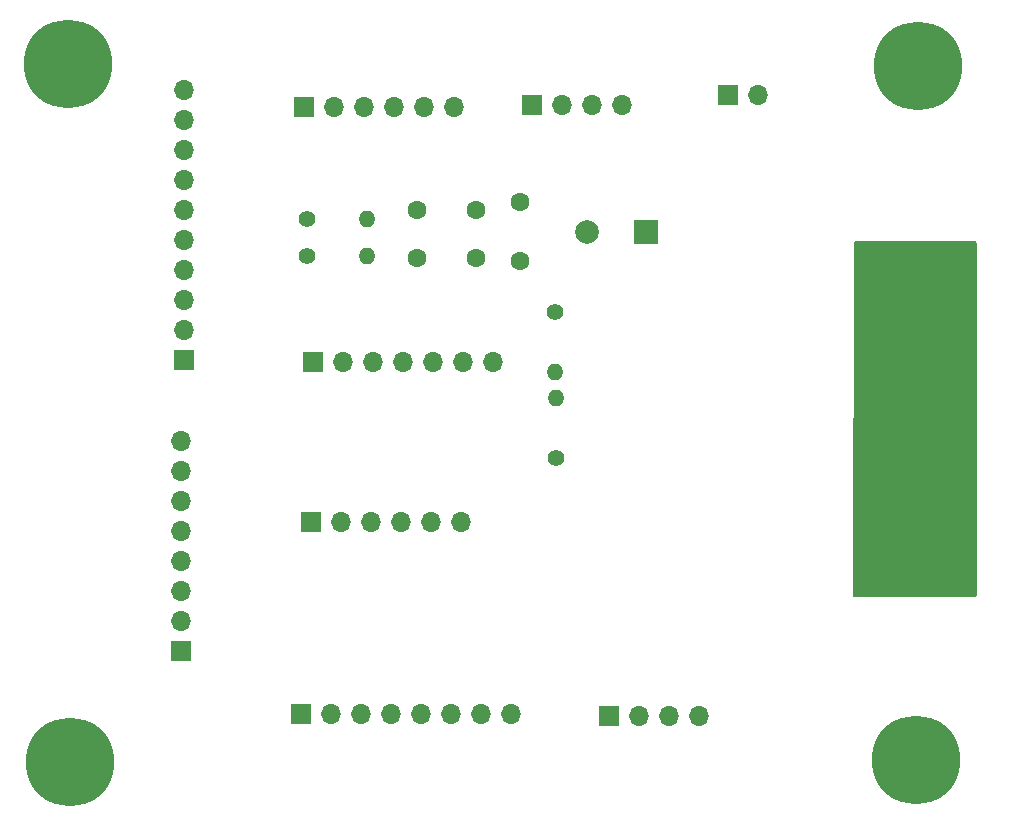
<source format=gbr>
%TF.GenerationSoftware,KiCad,Pcbnew,8.0.6-8.0.6-0~ubuntu24.04.1*%
%TF.CreationDate,2024-10-18T14:58:40+02:00*%
%TF.ProjectId,K3NG-rotator-shield,4b334e47-2d72-46f7-9461-746f722d7368,rev?*%
%TF.SameCoordinates,Original*%
%TF.FileFunction,Soldermask,Bot*%
%TF.FilePolarity,Negative*%
%FSLAX46Y46*%
G04 Gerber Fmt 4.6, Leading zero omitted, Abs format (unit mm)*
G04 Created by KiCad (PCBNEW 8.0.6-8.0.6-0~ubuntu24.04.1) date 2024-10-18 14:58:40*
%MOMM*%
%LPD*%
G01*
G04 APERTURE LIST*
%ADD10C,1.600000*%
%ADD11C,7.500000*%
%ADD12R,1.700000X1.700000*%
%ADD13O,1.700000X1.700000*%
%ADD14C,1.400000*%
%ADD15O,1.400000X1.400000*%
%ADD16R,2.000000X2.000000*%
%ADD17C,2.000000*%
G04 APERTURE END LIST*
D10*
%TO.C,C2*%
X60300000Y-56250000D03*
X65300000Y-56250000D03*
%TD*%
D11*
%TO.C,J5*%
X30900000Y-98900000D03*
%TD*%
D12*
%TO.C,J2*%
X76560000Y-95000000D03*
D13*
X79100000Y-95000000D03*
X81640000Y-95000000D03*
X84180000Y-95000000D03*
%TD*%
D14*
%TO.C,R1*%
X51020000Y-52900000D03*
D15*
X56100000Y-52900000D03*
%TD*%
D14*
%TO.C,R3*%
X72100000Y-73170000D03*
D15*
X72100000Y-68090000D03*
%TD*%
D12*
%TO.C,J3*%
X86625000Y-42400000D03*
D13*
X89165000Y-42400000D03*
%TD*%
D16*
%TO.C,C4*%
X79700000Y-54000000D03*
D17*
X74700000Y-54000000D03*
%TD*%
D12*
%TO.C,J9*%
X50760000Y-43400000D03*
D13*
X53300000Y-43400000D03*
X55840000Y-43400000D03*
X58380000Y-43400000D03*
X60920000Y-43400000D03*
X63460000Y-43400000D03*
%TD*%
D12*
%TO.C,J1*%
X40300000Y-89540000D03*
D13*
X40300000Y-87000000D03*
X40300000Y-84460000D03*
X40300000Y-81920000D03*
X40300000Y-79380000D03*
X40300000Y-76840000D03*
X40300000Y-74300000D03*
X40300000Y-71760000D03*
%TD*%
D12*
%TO.C,J11*%
X40600000Y-64880000D03*
D13*
X40600000Y-62340000D03*
X40600000Y-59800000D03*
X40600000Y-57260000D03*
X40600000Y-54720000D03*
X40600000Y-52180000D03*
X40600000Y-49640000D03*
X40600000Y-47100000D03*
X40600000Y-44560000D03*
X40600000Y-42020000D03*
%TD*%
D12*
%TO.C,J7*%
X51340000Y-78600000D03*
D13*
X53880000Y-78600000D03*
X56420000Y-78600000D03*
X58960000Y-78600000D03*
X61500000Y-78600000D03*
X64040000Y-78600000D03*
%TD*%
D11*
%TO.C,J12*%
X102600000Y-98700000D03*
%TD*%
D12*
%TO.C,J4*%
X70020000Y-43300000D03*
D13*
X72560000Y-43300000D03*
X75100000Y-43300000D03*
X77640000Y-43300000D03*
%TD*%
D14*
%TO.C,R2*%
X51020000Y-56050000D03*
D15*
X56100000Y-56050000D03*
%TD*%
D12*
%TO.C,J6*%
X51500000Y-65000000D03*
D13*
X54040000Y-65000000D03*
X56580000Y-65000000D03*
X59120000Y-65000000D03*
X61660000Y-65000000D03*
X64200000Y-65000000D03*
X66740000Y-65000000D03*
%TD*%
D14*
%TO.C,R4*%
X72000000Y-60800000D03*
D15*
X72000000Y-65880000D03*
%TD*%
D12*
%TO.C,J8*%
X50520000Y-94800000D03*
D13*
X53060000Y-94800000D03*
X55600000Y-94800000D03*
X58140000Y-94800000D03*
X60680000Y-94800000D03*
X63220000Y-94800000D03*
X65760000Y-94800000D03*
X68300000Y-94800000D03*
%TD*%
D11*
%TO.C,J13*%
X102600000Y-60100000D03*
%TD*%
%TO.C,J14*%
X102700000Y-40000000D03*
%TD*%
D10*
%TO.C,C3*%
X69000000Y-56500000D03*
X69000000Y-51500000D03*
%TD*%
D11*
%TO.C,J10*%
X30800000Y-39800000D03*
%TD*%
%TO.C,J15*%
X102700000Y-79400000D03*
%TD*%
D10*
%TO.C,C1*%
X60300000Y-52200000D03*
X65300000Y-52200000D03*
%TD*%
G36*
X107643039Y-54819685D02*
G01*
X107688794Y-54872489D01*
X107700000Y-54924000D01*
X107700000Y-84776000D01*
X107680315Y-84843039D01*
X107627511Y-84888794D01*
X107576000Y-84900000D01*
X97324412Y-84900000D01*
X97257373Y-84880315D01*
X97211618Y-84827511D01*
X97200413Y-84775588D01*
X97299589Y-54923588D01*
X97319496Y-54856614D01*
X97372452Y-54811035D01*
X97423588Y-54800000D01*
X107576000Y-54800000D01*
X107643039Y-54819685D01*
G37*
M02*

</source>
